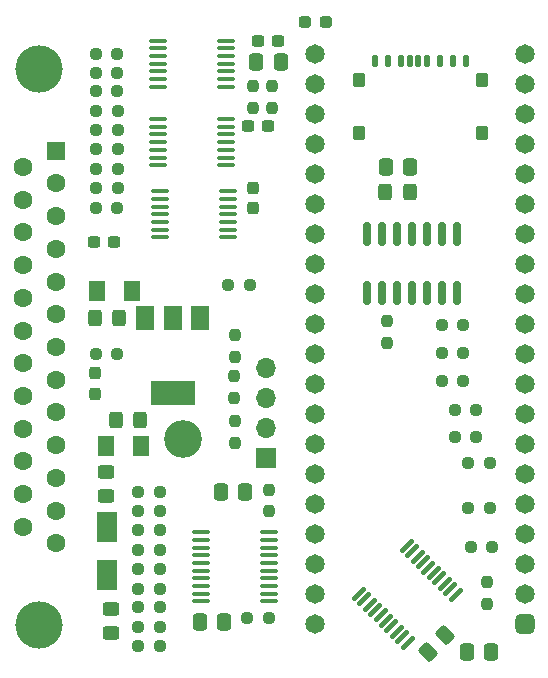
<source format=gbr>
%TF.GenerationSoftware,KiCad,Pcbnew,6.0.5-a6ca702e91~116~ubuntu21.10.1*%
%TF.CreationDate,2023-07-31T04:43:38-06:00*%
%TF.ProjectId,DB25_External,44423235-5f45-4787-9465-726e616c2e6b,rev?*%
%TF.SameCoordinates,Original*%
%TF.FileFunction,Soldermask,Top*%
%TF.FilePolarity,Negative*%
%FSLAX46Y46*%
G04 Gerber Fmt 4.6, Leading zero omitted, Abs format (unit mm)*
G04 Created by KiCad (PCBNEW 6.0.5-a6ca702e91~116~ubuntu21.10.1) date 2023-07-31 04:43:38*
%MOMM*%
%LPD*%
G01*
G04 APERTURE LIST*
G04 Aperture macros list*
%AMRoundRect*
0 Rectangle with rounded corners*
0 $1 Rounding radius*
0 $2 $3 $4 $5 $6 $7 $8 $9 X,Y pos of 4 corners*
0 Add a 4 corners polygon primitive as box body*
4,1,4,$2,$3,$4,$5,$6,$7,$8,$9,$2,$3,0*
0 Add four circle primitives for the rounded corners*
1,1,$1+$1,$2,$3*
1,1,$1+$1,$4,$5*
1,1,$1+$1,$6,$7*
1,1,$1+$1,$8,$9*
0 Add four rect primitives between the rounded corners*
20,1,$1+$1,$2,$3,$4,$5,0*
20,1,$1+$1,$4,$5,$6,$7,0*
20,1,$1+$1,$6,$7,$8,$9,0*
20,1,$1+$1,$8,$9,$2,$3,0*%
G04 Aperture macros list end*
%ADD10RoundRect,0.250001X0.462499X0.624999X-0.462499X0.624999X-0.462499X-0.624999X0.462499X-0.624999X0*%
%ADD11R,1.500000X2.000000*%
%ADD12R,3.800000X2.000000*%
%ADD13RoundRect,0.412500X0.412500X0.412500X-0.412500X0.412500X-0.412500X-0.412500X0.412500X-0.412500X0*%
%ADD14C,1.650000*%
%ADD15RoundRect,0.250000X0.325000X0.450000X-0.325000X0.450000X-0.325000X-0.450000X0.325000X-0.450000X0*%
%ADD16RoundRect,0.250000X0.450000X-0.325000X0.450000X0.325000X-0.450000X0.325000X-0.450000X-0.325000X0*%
%ADD17R,1.800000X2.500000*%
%ADD18RoundRect,0.237500X0.250000X0.237500X-0.250000X0.237500X-0.250000X-0.237500X0.250000X-0.237500X0*%
%ADD19RoundRect,0.237500X-0.250000X-0.237500X0.250000X-0.237500X0.250000X0.237500X-0.250000X0.237500X0*%
%ADD20RoundRect,0.237500X-0.287500X-0.237500X0.287500X-0.237500X0.287500X0.237500X-0.287500X0.237500X0*%
%ADD21RoundRect,0.250000X0.097227X-0.574524X0.574524X-0.097227X-0.097227X0.574524X-0.574524X0.097227X0*%
%ADD22RoundRect,0.237500X0.237500X-0.287500X0.237500X0.287500X-0.237500X0.287500X-0.237500X-0.287500X0*%
%ADD23RoundRect,0.100000X0.380070X0.521491X-0.521491X-0.380070X-0.380070X-0.521491X0.521491X0.380070X0*%
%ADD24RoundRect,0.250000X-0.337500X-0.475000X0.337500X-0.475000X0.337500X0.475000X-0.337500X0.475000X0*%
%ADD25RoundRect,0.237500X-0.237500X0.250000X-0.237500X-0.250000X0.237500X-0.250000X0.237500X0.250000X0*%
%ADD26C,3.200000*%
%ADD27RoundRect,0.237500X0.237500X-0.250000X0.237500X0.250000X-0.237500X0.250000X-0.237500X-0.250000X0*%
%ADD28RoundRect,0.125000X-0.125000X-0.415000X0.125000X-0.415000X0.125000X0.415000X-0.125000X0.415000X0*%
%ADD29RoundRect,0.262500X-0.262500X-0.337500X0.262500X-0.337500X0.262500X0.337500X-0.262500X0.337500X0*%
%ADD30RoundRect,0.150000X0.150000X-0.825000X0.150000X0.825000X-0.150000X0.825000X-0.150000X-0.825000X0*%
%ADD31RoundRect,0.237500X0.300000X0.237500X-0.300000X0.237500X-0.300000X-0.237500X0.300000X-0.237500X0*%
%ADD32R,1.700000X1.700000*%
%ADD33O,1.700000X1.700000*%
%ADD34RoundRect,0.100000X-0.637500X-0.100000X0.637500X-0.100000X0.637500X0.100000X-0.637500X0.100000X0*%
%ADD35RoundRect,0.250000X-0.450000X0.325000X-0.450000X-0.325000X0.450000X-0.325000X0.450000X0.325000X0*%
%ADD36RoundRect,0.250000X0.337500X0.475000X-0.337500X0.475000X-0.337500X-0.475000X0.337500X-0.475000X0*%
%ADD37C,4.000000*%
%ADD38R,1.600000X1.600000*%
%ADD39C,1.600000*%
%ADD40RoundRect,0.100000X0.637500X0.100000X-0.637500X0.100000X-0.637500X-0.100000X0.637500X-0.100000X0*%
%ADD41RoundRect,0.237500X0.237500X-0.300000X0.237500X0.300000X-0.237500X0.300000X-0.237500X-0.300000X0*%
G04 APERTURE END LIST*
D10*
%TO.C,C3*%
X113893600Y-95935800D03*
X110918600Y-95935800D03*
%TD*%
%TO.C,C4*%
X114688400Y-109042200D03*
X111713400Y-109042200D03*
%TD*%
D11*
%TO.C,U3*%
X119622600Y-98247200D03*
X117322600Y-98247200D03*
D12*
X117322600Y-104547200D03*
D11*
X115022600Y-98247200D03*
%TD*%
D13*
%TO.C,RP1*%
X147196660Y-124104400D03*
D14*
X147196660Y-121564400D03*
X147196660Y-119024400D03*
X147196660Y-116484400D03*
X147196660Y-113944400D03*
X147196660Y-111404400D03*
X147196660Y-108864400D03*
X147196660Y-106324400D03*
X147196660Y-103784400D03*
X147196660Y-101244400D03*
X147196660Y-98704400D03*
X147196660Y-96164400D03*
X147196660Y-93624400D03*
X147196660Y-91084400D03*
X147196660Y-88544400D03*
X147196660Y-86004400D03*
X147196660Y-83464400D03*
X147196660Y-80924400D03*
X147196660Y-78384400D03*
X147196660Y-75844400D03*
X129416660Y-75844400D03*
X129416660Y-78384400D03*
X129416660Y-80924400D03*
X129416660Y-83464400D03*
X129416660Y-86004400D03*
X129416660Y-88544400D03*
X129416660Y-91084400D03*
X129416660Y-93624400D03*
X129416660Y-96164400D03*
X129416660Y-98704400D03*
X129416660Y-101244400D03*
X129416660Y-103784400D03*
X129416660Y-106324400D03*
X129416660Y-108864400D03*
X129416660Y-111404400D03*
X129416660Y-113944400D03*
X129416660Y-116484400D03*
X129416660Y-119024400D03*
X129416660Y-121564400D03*
X129416660Y-124104400D03*
%TD*%
D15*
%TO.C,C2*%
X112801400Y-98247200D03*
X110751400Y-98247200D03*
%TD*%
%TO.C,C5*%
X114588400Y-106857800D03*
X112538400Y-106857800D03*
%TD*%
D16*
%TO.C,C6*%
X111709200Y-113327400D03*
X111709200Y-111277400D03*
%TD*%
D15*
%TO.C,C12*%
X137392260Y-87579200D03*
X135342260Y-87579200D03*
%TD*%
D17*
%TO.C,D1*%
X111760000Y-119951000D03*
X111760000Y-115951000D03*
%TD*%
D18*
%TO.C,R18*%
X144170400Y-114350800D03*
X142345400Y-114350800D03*
%TD*%
D19*
%TO.C,R39*%
X114405400Y-121132600D03*
X116230400Y-121132600D03*
%TD*%
%TO.C,R4*%
X110843700Y-82270600D03*
X112668700Y-82270600D03*
%TD*%
%TO.C,R33*%
X114405400Y-116205000D03*
X116230400Y-116205000D03*
%TD*%
%TO.C,R36*%
X114405400Y-125984000D03*
X116230400Y-125984000D03*
%TD*%
D18*
%TO.C,R56*%
X112623600Y-101295200D03*
X110798600Y-101295200D03*
%TD*%
D20*
%TO.C,D2*%
X128524000Y-73152000D03*
X130274000Y-73152000D03*
%TD*%
D19*
%TO.C,R5*%
X110843700Y-85598000D03*
X112668700Y-85598000D03*
%TD*%
%TO.C,R35*%
X114405400Y-112953800D03*
X116230400Y-112953800D03*
%TD*%
%TO.C,R1*%
X114405400Y-117881400D03*
X116230400Y-117881400D03*
%TD*%
D21*
%TO.C,C8*%
X138944637Y-126514423D03*
X140411883Y-125047177D03*
%TD*%
D19*
%TO.C,R38*%
X114405400Y-122707400D03*
X116230400Y-122707400D03*
%TD*%
%TO.C,R9*%
X110820200Y-79044800D03*
X112645200Y-79044800D03*
%TD*%
D22*
%TO.C,D3*%
X110794800Y-104634000D03*
X110794800Y-102884000D03*
%TD*%
D19*
%TO.C,R40*%
X114405400Y-119456200D03*
X116230400Y-119456200D03*
%TD*%
D23*
%TO.C,U4*%
X141281440Y-121659394D03*
X140821821Y-121199775D03*
X140362202Y-120740155D03*
X139902582Y-120280536D03*
X139442963Y-119820917D03*
X138983343Y-119361297D03*
X138523724Y-118901678D03*
X138064105Y-118442058D03*
X137604485Y-117982439D03*
X137144866Y-117522820D03*
X133096680Y-121571006D03*
X133556299Y-122030625D03*
X134015918Y-122490245D03*
X134475538Y-122949864D03*
X134935157Y-123409483D03*
X135394777Y-123869103D03*
X135854396Y-124328722D03*
X136314015Y-124788342D03*
X136773635Y-125247961D03*
X137233254Y-125707580D03*
%TD*%
D18*
%TO.C,R13*%
X141935200Y-101219000D03*
X140110200Y-101219000D03*
%TD*%
%TO.C,R19*%
X144397100Y-117652800D03*
X142572100Y-117652800D03*
%TD*%
D24*
%TO.C,C15*%
X121412000Y-112953800D03*
X123487000Y-112953800D03*
%TD*%
D18*
%TO.C,R14*%
X141935200Y-103555800D03*
X140110200Y-103555800D03*
%TD*%
D25*
%TO.C,R11*%
X135458200Y-98477700D03*
X135458200Y-100302700D03*
%TD*%
%TO.C,R31*%
X122580400Y-106986700D03*
X122580400Y-108811700D03*
%TD*%
D19*
%TO.C,R3*%
X110845600Y-83947000D03*
X112670600Y-83947000D03*
%TD*%
D25*
%TO.C,R32*%
X122555000Y-103153200D03*
X122555000Y-104978200D03*
%TD*%
D19*
%TO.C,R7*%
X110816400Y-75895200D03*
X112641400Y-75895200D03*
%TD*%
D24*
%TO.C,C16*%
X124417000Y-76555600D03*
X126492000Y-76555600D03*
%TD*%
D26*
%TO.C,REF\u002A\u002A*%
X118237000Y-108483400D03*
%TD*%
D19*
%TO.C,R8*%
X110820200Y-77470000D03*
X112645200Y-77470000D03*
%TD*%
%TO.C,R2*%
X110818300Y-88925400D03*
X112643300Y-88925400D03*
%TD*%
D27*
%TO.C,R27*%
X122605800Y-101523800D03*
X122605800Y-99698800D03*
%TD*%
D28*
%TO.C,SD2*%
X134456660Y-76432400D03*
X135556660Y-76432400D03*
X136656660Y-76432400D03*
X137406660Y-76432400D03*
X138106660Y-76432400D03*
X138856660Y-76432400D03*
X139956660Y-76432400D03*
X141056660Y-76432400D03*
X142156660Y-76432400D03*
D29*
X143531660Y-78072400D03*
X133081660Y-78072400D03*
X143531660Y-82522400D03*
X133081660Y-82522400D03*
%TD*%
D18*
%TO.C,R16*%
X143027400Y-108280200D03*
X141202400Y-108280200D03*
%TD*%
D30*
%TO.C,U1*%
X133807200Y-96099400D03*
X135077200Y-96099400D03*
X136347200Y-96099400D03*
X137617200Y-96099400D03*
X138887200Y-96099400D03*
X140157200Y-96099400D03*
X141427200Y-96099400D03*
X141427200Y-91149400D03*
X140157200Y-91149400D03*
X138887200Y-91149400D03*
X137617200Y-91149400D03*
X136347200Y-91149400D03*
X135077200Y-91149400D03*
X133807200Y-91149400D03*
%TD*%
D18*
%TO.C,R17*%
X144195800Y-110490000D03*
X142370800Y-110490000D03*
%TD*%
D24*
%TO.C,C10*%
X142247560Y-126542800D03*
X144322560Y-126542800D03*
%TD*%
D31*
%TO.C,C13*%
X125420300Y-81991200D03*
X123695300Y-81991200D03*
%TD*%
D32*
%TO.C,J1*%
X125222000Y-110048200D03*
D33*
X125222000Y-107508200D03*
X125222000Y-104968200D03*
X125222000Y-102428200D03*
%TD*%
D19*
%TO.C,R10*%
X110843700Y-87198200D03*
X112668700Y-87198200D03*
%TD*%
%TO.C,R34*%
X114405400Y-114528600D03*
X116230400Y-114528600D03*
%TD*%
D25*
%TO.C,R26*%
X125526800Y-112779800D03*
X125526800Y-114604800D03*
%TD*%
D34*
%TO.C,U7*%
X116107300Y-74732600D03*
X116107300Y-75382600D03*
X116107300Y-76032600D03*
X116107300Y-76682600D03*
X116107300Y-77332600D03*
X116107300Y-77982600D03*
X116107300Y-78632600D03*
X121832300Y-78632600D03*
X121832300Y-77982600D03*
X121832300Y-77332600D03*
X121832300Y-76682600D03*
X121832300Y-76032600D03*
X121832300Y-75382600D03*
X121832300Y-74732600D03*
%TD*%
D19*
%TO.C,R37*%
X114405400Y-124358400D03*
X116230400Y-124358400D03*
%TD*%
D35*
%TO.C,F2*%
X112115600Y-122825400D03*
X112115600Y-124875400D03*
%TD*%
D36*
%TO.C,C1*%
X137457000Y-85445600D03*
X135382000Y-85445600D03*
%TD*%
D18*
%TO.C,R15*%
X143027400Y-106045000D03*
X141202400Y-106045000D03*
%TD*%
D31*
%TO.C,C7*%
X112393900Y-91821000D03*
X110668900Y-91821000D03*
%TD*%
D19*
%TO.C,R23*%
X122047000Y-95453200D03*
X123872000Y-95453200D03*
%TD*%
D37*
%TO.C,J2*%
X106037131Y-77130600D03*
X106037131Y-124230600D03*
D38*
X107457131Y-84060600D03*
D39*
X107457131Y-86830600D03*
X107457131Y-89600600D03*
X107457131Y-92370600D03*
X107457131Y-95140600D03*
X107457131Y-97910600D03*
X107457131Y-100680600D03*
X107457131Y-103450600D03*
X107457131Y-106220600D03*
X107457131Y-108990600D03*
X107457131Y-111760600D03*
X107457131Y-114530600D03*
X107457131Y-117300600D03*
X104617131Y-85445600D03*
X104617131Y-88215600D03*
X104617131Y-90985600D03*
X104617131Y-93755600D03*
X104617131Y-96525600D03*
X104617131Y-99295600D03*
X104617131Y-102065600D03*
X104617131Y-104835600D03*
X104617131Y-107605600D03*
X104617131Y-110375600D03*
X104617131Y-113145600D03*
X104617131Y-115915600D03*
%TD*%
D18*
%TO.C,R25*%
X125474100Y-123647200D03*
X123649100Y-123647200D03*
%TD*%
D34*
%TO.C,U5*%
X116259700Y-87508800D03*
X116259700Y-88158800D03*
X116259700Y-88808800D03*
X116259700Y-89458800D03*
X116259700Y-90108800D03*
X116259700Y-90758800D03*
X116259700Y-91408800D03*
X121984700Y-91408800D03*
X121984700Y-90758800D03*
X121984700Y-90108800D03*
X121984700Y-89458800D03*
X121984700Y-88808800D03*
X121984700Y-88158800D03*
X121984700Y-87508800D03*
%TD*%
D40*
%TO.C,U9*%
X125468300Y-122228800D03*
X125468300Y-121578800D03*
X125468300Y-120928800D03*
X125468300Y-120278800D03*
X125468300Y-119628800D03*
X125468300Y-118978800D03*
X125468300Y-118328800D03*
X125468300Y-117678800D03*
X125468300Y-117028800D03*
X125468300Y-116378800D03*
X119743300Y-116378800D03*
X119743300Y-117028800D03*
X119743300Y-117678800D03*
X119743300Y-118328800D03*
X119743300Y-118978800D03*
X119743300Y-119628800D03*
X119743300Y-120278800D03*
X119743300Y-120928800D03*
X119743300Y-121578800D03*
X119743300Y-122228800D03*
%TD*%
D34*
%TO.C,U6*%
X116107300Y-81387400D03*
X116107300Y-82037400D03*
X116107300Y-82687400D03*
X116107300Y-83337400D03*
X116107300Y-83987400D03*
X116107300Y-84637400D03*
X116107300Y-85287400D03*
X121832300Y-85287400D03*
X121832300Y-84637400D03*
X121832300Y-83987400D03*
X121832300Y-83337400D03*
X121832300Y-82687400D03*
X121832300Y-82037400D03*
X121832300Y-81387400D03*
%TD*%
D19*
%TO.C,R6*%
X110843700Y-80670400D03*
X112668700Y-80670400D03*
%TD*%
D24*
%TO.C,C11*%
X119608600Y-123952000D03*
X121683600Y-123952000D03*
%TD*%
D41*
%TO.C,C14*%
X124129411Y-88946289D03*
X124129411Y-87221289D03*
%TD*%
D27*
%TO.C,R29*%
X125755400Y-80441800D03*
X125755400Y-78616800D03*
%TD*%
D31*
%TO.C,C9*%
X126258500Y-74752200D03*
X124533500Y-74752200D03*
%TD*%
D18*
%TO.C,R12*%
X141935200Y-98780600D03*
X140110200Y-98780600D03*
%TD*%
D27*
%TO.C,R42*%
X143916400Y-122400700D03*
X143916400Y-120575700D03*
%TD*%
D25*
%TO.C,R28*%
X124151400Y-78614900D03*
X124151400Y-80439900D03*
%TD*%
M02*

</source>
